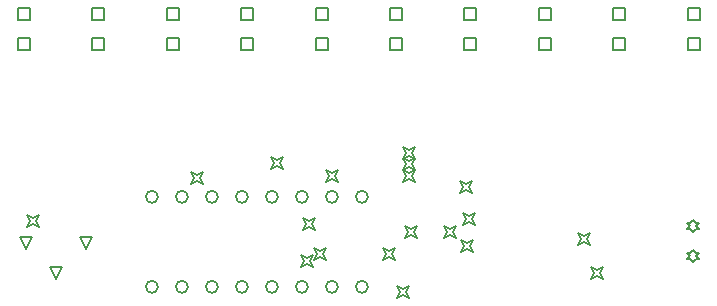
<source format=gbr>
G04*
G04 #@! TF.GenerationSoftware,Altium Limited,Altium Designer,24.1.2 (44)*
G04*
G04 Layer_Color=2752767*
%FSLAX44Y44*%
%MOMM*%
G71*
G04*
G04 #@! TF.SameCoordinates,BD343A0D-4BD6-4D64-9A7B-49F0AB29FDDA*
G04*
G04*
G04 #@! TF.FilePolarity,Positive*
G04*
G01*
G75*
%ADD38C,0.1270*%
%ADD39C,0.1693*%
D38*
X617982Y85090D02*
X620522Y87630D01*
X623062D01*
X620522Y90170D01*
X623062Y92710D01*
X620522D01*
X617982Y95250D01*
X615442Y92710D01*
X612902D01*
X615442Y90170D01*
X612902Y87630D01*
X615442D01*
X617982Y85090D01*
Y59690D02*
X620522Y62230D01*
X623062D01*
X620522Y64770D01*
X623062Y67310D01*
X620522D01*
X617982Y69850D01*
X615442Y67310D01*
X612902D01*
X615442Y64770D01*
X612902Y62230D01*
X615442D01*
X617982Y59690D01*
X53594Y70866D02*
X48514Y81026D01*
X58674D01*
X53594Y70866D01*
X104394D02*
X99314Y81026D01*
X109474D01*
X104394Y70866D01*
X78994Y45466D02*
X73914Y55626D01*
X84074D01*
X78994Y45466D01*
X46736Y265176D02*
Y275336D01*
X56896D01*
Y265176D01*
X46736D01*
X613918Y239776D02*
Y249936D01*
X624078D01*
Y239776D01*
X613918D01*
Y265176D02*
Y275336D01*
X624078D01*
Y265176D01*
X613918D01*
X550898Y239776D02*
Y249936D01*
X561058D01*
Y239776D01*
X550898D01*
Y265176D02*
Y275336D01*
X561058D01*
Y265176D01*
X550898D01*
X487878Y239776D02*
Y249936D01*
X498038D01*
Y239776D01*
X487878D01*
Y265176D02*
Y275336D01*
X498038D01*
Y265176D01*
X487878D01*
X424857Y239776D02*
Y249936D01*
X435017D01*
Y239776D01*
X424857D01*
Y265176D02*
Y275336D01*
X435017D01*
Y265176D01*
X424857D01*
X361837Y239776D02*
Y249936D01*
X371997D01*
Y239776D01*
X361837D01*
Y265176D02*
Y275336D01*
X371997D01*
Y265176D01*
X361837D01*
X298817Y239776D02*
Y249936D01*
X308977D01*
Y239776D01*
X298817D01*
Y265176D02*
Y275336D01*
X308977D01*
Y265176D01*
X298817D01*
X235797Y239776D02*
Y249936D01*
X245957D01*
Y239776D01*
X235797D01*
Y265176D02*
Y275336D01*
X245957D01*
Y265176D01*
X235797D01*
X172776Y239776D02*
Y249936D01*
X182936D01*
Y239776D01*
X172776D01*
Y265176D02*
Y275336D01*
X182936D01*
Y265176D01*
X172776D01*
X109756Y239776D02*
Y249936D01*
X119916D01*
Y239776D01*
X109756D01*
Y265176D02*
Y275336D01*
X119916D01*
Y265176D01*
X109756D01*
X46736Y239776D02*
Y249936D01*
X56896D01*
Y239776D01*
X46736D01*
X423926Y91440D02*
X426466Y96520D01*
X423926Y101600D01*
X429006Y99060D01*
X434086Y101600D01*
X431546Y96520D01*
X434086Y91440D01*
X429006Y93980D01*
X423926Y91440D01*
X407416Y80010D02*
X409956Y85090D01*
X407416Y90170D01*
X412496Y87630D01*
X417576Y90170D01*
X415036Y85090D01*
X417576Y80010D01*
X412496Y82550D01*
X407416Y80010D01*
X420878Y118110D02*
X423418Y123190D01*
X420878Y128270D01*
X425958Y125730D01*
X431038Y128270D01*
X428498Y123190D01*
X431038Y118110D01*
X425958Y120650D01*
X420878Y118110D01*
X374904Y80010D02*
X377444Y85090D01*
X374904Y90170D01*
X379984Y87630D01*
X385064Y90170D01*
X382524Y85090D01*
X385064Y80010D01*
X379984Y82550D01*
X374904Y80010D01*
X356108Y61468D02*
X358648Y66548D01*
X356108Y71628D01*
X361188Y69088D01*
X366268Y71628D01*
X363728Y66548D01*
X366268Y61468D01*
X361188Y64008D01*
X356108Y61468D01*
X297180D02*
X299720Y66548D01*
X297180Y71628D01*
X302260Y69088D01*
X307340Y71628D01*
X304800Y66548D01*
X307340Y61468D01*
X302260Y64008D01*
X297180Y61468D01*
X367792Y29464D02*
X370332Y34544D01*
X367792Y39624D01*
X372872Y37084D01*
X377952Y39624D01*
X375412Y34544D01*
X377952Y29464D01*
X372872Y32004D01*
X367792Y29464D01*
X286258Y55372D02*
X288798Y60452D01*
X286258Y65532D01*
X291338Y62992D01*
X296418Y65532D01*
X293878Y60452D01*
X296418Y55372D01*
X291338Y57912D01*
X286258Y55372D01*
X531622Y45466D02*
X534162Y50546D01*
X531622Y55626D01*
X536702Y53086D01*
X541782Y55626D01*
X539242Y50546D01*
X541782Y45466D01*
X536702Y48006D01*
X531622Y45466D01*
X521113Y74581D02*
X523653Y79661D01*
X521113Y84741D01*
X526193Y82201D01*
X531273Y84741D01*
X528733Y79661D01*
X531273Y74581D01*
X526193Y77121D01*
X521113Y74581D01*
X54356Y89154D02*
X56896Y94234D01*
X54356Y99314D01*
X59436Y96774D01*
X64516Y99314D01*
X61976Y94234D01*
X64516Y89154D01*
X59436Y91694D01*
X54356Y89154D01*
X422148Y68072D02*
X424688Y73152D01*
X422148Y78232D01*
X427228Y75692D01*
X432308Y78232D01*
X429768Y73152D01*
X432308Y68072D01*
X427228Y70612D01*
X422148Y68072D01*
X288290Y87122D02*
X290830Y92202D01*
X288290Y97282D01*
X293370Y94742D01*
X298450Y97282D01*
X295910Y92202D01*
X298450Y87122D01*
X293370Y89662D01*
X288290Y87122D01*
X307848Y127254D02*
X310388Y132334D01*
X307848Y137414D01*
X312928Y134874D01*
X318008Y137414D01*
X315468Y132334D01*
X318008Y127254D01*
X312928Y129794D01*
X307848Y127254D01*
X373126Y128016D02*
X375666Y133096D01*
X373126Y138176D01*
X378206Y135636D01*
X383286Y138176D01*
X380746Y133096D01*
X383286Y128016D01*
X378206Y130556D01*
X373126Y128016D01*
Y137922D02*
X375666Y143002D01*
X373126Y148082D01*
X378206Y145542D01*
X383286Y148082D01*
X380746Y143002D01*
X383286Y137922D01*
X378206Y140462D01*
X373126Y137922D01*
X260858Y138684D02*
X263398Y143764D01*
X260858Y148844D01*
X265938Y146304D01*
X271018Y148844D01*
X268478Y143764D01*
X271018Y138684D01*
X265938Y141224D01*
X260858Y138684D01*
X372872Y147320D02*
X375412Y152400D01*
X372872Y157480D01*
X377952Y154940D01*
X383032Y157480D01*
X380492Y152400D01*
X383032Y147320D01*
X377952Y149860D01*
X372872Y147320D01*
X193548Y126238D02*
X196088Y131318D01*
X193548Y136398D01*
X198628Y133858D01*
X203708Y136398D01*
X201168Y131318D01*
X203708Y126238D01*
X198628Y128778D01*
X193548Y126238D01*
D39*
X165354Y38862D02*
G03*
X165354Y38862I-5080J0D01*
G01*
X190754D02*
G03*
X190754Y38862I-5080J0D01*
G01*
X216154D02*
G03*
X216154Y38862I-5080J0D01*
G01*
X241554D02*
G03*
X241554Y38862I-5080J0D01*
G01*
X266954D02*
G03*
X266954Y38862I-5080J0D01*
G01*
X292354D02*
G03*
X292354Y38862I-5080J0D01*
G01*
X317754D02*
G03*
X317754Y38862I-5080J0D01*
G01*
X343154D02*
G03*
X343154Y38862I-5080J0D01*
G01*
X165354Y115062D02*
G03*
X165354Y115062I-5080J0D01*
G01*
X190754D02*
G03*
X190754Y115062I-5080J0D01*
G01*
X216154D02*
G03*
X216154Y115062I-5080J0D01*
G01*
X241554D02*
G03*
X241554Y115062I-5080J0D01*
G01*
X266954D02*
G03*
X266954Y115062I-5080J0D01*
G01*
X292354D02*
G03*
X292354Y115062I-5080J0D01*
G01*
X317754D02*
G03*
X317754Y115062I-5080J0D01*
G01*
X343154D02*
G03*
X343154Y115062I-5080J0D01*
G01*
M02*

</source>
